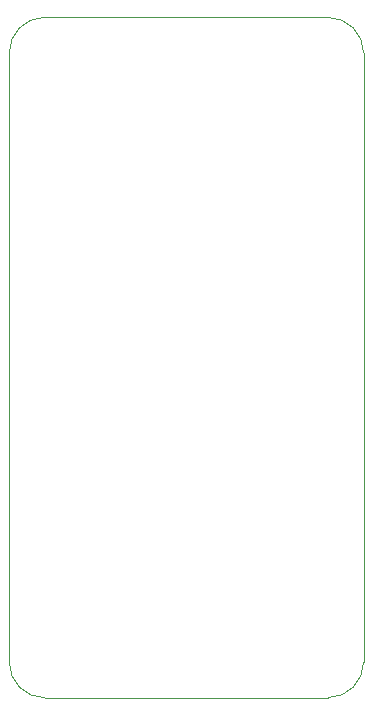
<source format=gbr>
%TF.GenerationSoftware,KiCad,Pcbnew,8.0.8*%
%TF.CreationDate,2025-02-27T22:45:34+01:00*%
%TF.ProjectId,BB_LED_Tube,42425f4c-4544-45f5-9475-62652e6b6963,rev?*%
%TF.SameCoordinates,Original*%
%TF.FileFunction,Profile,NP*%
%FSLAX46Y46*%
G04 Gerber Fmt 4.6, Leading zero omitted, Abs format (unit mm)*
G04 Created by KiCad (PCBNEW 8.0.8) date 2025-02-27 22:45:34*
%MOMM*%
%LPD*%
G01*
G04 APERTURE LIST*
%TA.AperFunction,Profile*%
%ADD10C,0.050000*%
%TD*%
G04 APERTURE END LIST*
D10*
X83600000Y-139515000D02*
X59600000Y-139515000D01*
X56600000Y-136515000D02*
X56600000Y-84915000D01*
X56600000Y-84915000D02*
G75*
G02*
X59600000Y-81915000I3000000J0D01*
G01*
X59600000Y-139515000D02*
G75*
G02*
X56600000Y-136515000I0J3000000D01*
G01*
X86600000Y-136515000D02*
G75*
G02*
X83600000Y-139515000I-3000000J0D01*
G01*
X59600000Y-81915000D02*
X83600000Y-81915000D01*
X86600000Y-84915000D02*
X86600000Y-136515000D01*
X83600000Y-81915000D02*
G75*
G02*
X86600000Y-84915000I0J-3000000D01*
G01*
M02*

</source>
